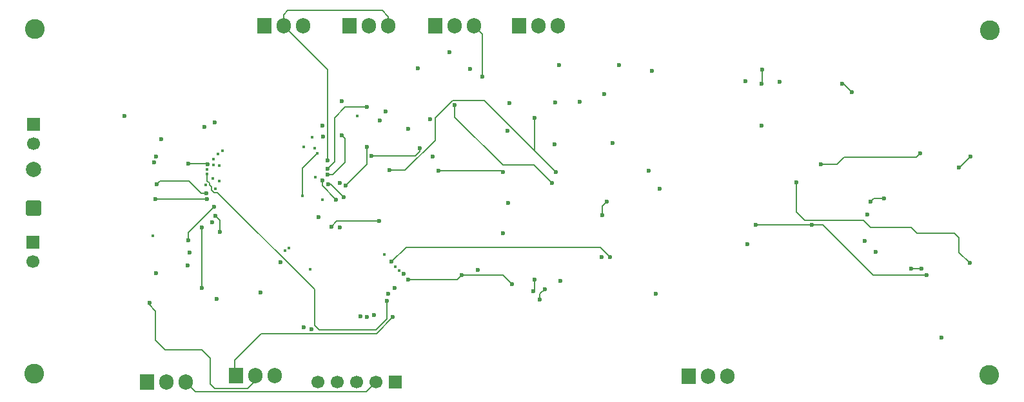
<source format=gbr>
%TF.GenerationSoftware,KiCad,Pcbnew,9.0.2*%
%TF.CreationDate,2025-07-10T19:46:15+05:30*%
%TF.ProjectId,STM32 ESC PCB Design,53544d33-3220-4455-9343-205043422044,rev?*%
%TF.SameCoordinates,Original*%
%TF.FileFunction,Copper,L2,Inr*%
%TF.FilePolarity,Positive*%
%FSLAX46Y46*%
G04 Gerber Fmt 4.6, Leading zero omitted, Abs format (unit mm)*
G04 Created by KiCad (PCBNEW 9.0.2) date 2025-07-10 19:46:15*
%MOMM*%
%LPD*%
G01*
G04 APERTURE LIST*
G04 Aperture macros list*
%AMRoundRect*
0 Rectangle with rounded corners*
0 $1 Rounding radius*
0 $2 $3 $4 $5 $6 $7 $8 $9 X,Y pos of 4 corners*
0 Add a 4 corners polygon primitive as box body*
4,1,4,$2,$3,$4,$5,$6,$7,$8,$9,$2,$3,0*
0 Add four circle primitives for the rounded corners*
1,1,$1+$1,$2,$3*
1,1,$1+$1,$4,$5*
1,1,$1+$1,$6,$7*
1,1,$1+$1,$8,$9*
0 Add four rect primitives between the rounded corners*
20,1,$1+$1,$2,$3,$4,$5,0*
20,1,$1+$1,$4,$5,$6,$7,0*
20,1,$1+$1,$6,$7,$8,$9,0*
20,1,$1+$1,$8,$9,$2,$3,0*%
G04 Aperture macros list end*
%TA.AperFunction,ComponentPad*%
%ADD10C,2.600000*%
%TD*%
%TA.AperFunction,ComponentPad*%
%ADD11R,1.700000X1.700000*%
%TD*%
%TA.AperFunction,ComponentPad*%
%ADD12C,1.700000*%
%TD*%
%TA.AperFunction,ComponentPad*%
%ADD13R,1.905000X2.000000*%
%TD*%
%TA.AperFunction,ComponentPad*%
%ADD14O,1.905000X2.000000*%
%TD*%
%TA.AperFunction,ComponentPad*%
%ADD15RoundRect,0.250000X0.750000X-0.750000X0.750000X0.750000X-0.750000X0.750000X-0.750000X-0.750000X0*%
%TD*%
%TA.AperFunction,ComponentPad*%
%ADD16C,2.000000*%
%TD*%
%TA.AperFunction,ViaPad*%
%ADD17C,0.600000*%
%TD*%
%TA.AperFunction,ViaPad*%
%ADD18C,0.400000*%
%TD*%
%TA.AperFunction,Conductor*%
%ADD19C,0.200000*%
%TD*%
G04 APERTURE END LIST*
D10*
%TO.N,N/C*%
%TO.C,REF\u002A\u002A*%
X171900000Y-77100000D03*
%TD*%
D11*
%TO.N,POWER_GND*%
%TO.C,J4*%
X46300000Y-59660000D03*
D12*
X46300000Y-62200000D03*
%TD*%
D13*
%TO.N,Net-(Q7-G)*%
%TO.C,Q7*%
X61300000Y-78000000D03*
D14*
%TO.N,MOTOR_W*%
X63840000Y-78000000D03*
%TO.N,R_SHUNT1_N*%
X66380000Y-78000000D03*
%TD*%
D15*
%TO.N,POWER_GND*%
%TO.C,D6*%
X46400000Y-55180000D03*
D16*
%TO.N,+12POWER*%
X46400000Y-50100000D03*
%TD*%
D13*
%TO.N,Net-(Q4-G)*%
%TO.C,Q4*%
X87920000Y-31200000D03*
D14*
%TO.N,V_Bridge*%
X90460000Y-31200000D03*
%TO.N,MOTOR_V*%
X93000000Y-31200000D03*
%TD*%
D13*
%TO.N,Net-(Q3-G)*%
%TO.C,Q3*%
X110120000Y-31200000D03*
D14*
%TO.N,MOTOR_U*%
X112660000Y-31200000D03*
%TO.N,R_SHUNT1_P*%
X115200000Y-31200000D03*
%TD*%
D11*
%TO.N,+12POWER*%
%TO.C,J3*%
X46400000Y-44160000D03*
D12*
X46400000Y-46700000D03*
%TD*%
D13*
%TO.N,Net-(Q1-G)*%
%TO.C,Q1*%
X99120000Y-31200000D03*
D14*
%TO.N,V_Bridge*%
X101660000Y-31200000D03*
%TO.N,MOTOR_U*%
X104200000Y-31200000D03*
%TD*%
D10*
%TO.N,N/C*%
%TO.C,REF\u002A\u002A*%
X46500000Y-76900000D03*
%TD*%
D13*
%TO.N,Net-(Q2-G)*%
%TO.C,Q2*%
X132420000Y-77300000D03*
D14*
%TO.N,POWER_GND*%
X134960000Y-77300000D03*
%TO.N,R_SHUNT1_N*%
X137500000Y-77300000D03*
%TD*%
D11*
%TO.N,VDD_3V3*%
%TO.C,J1*%
X93900000Y-78000000D03*
D12*
%TO.N,R_SHUNT1_N*%
X91360000Y-78000000D03*
%TO.N,SWDIO*%
X88820000Y-78000000D03*
%TO.N,SWDCLK*%
X86280000Y-78000000D03*
%TO.N,unconnected-(J1-Pin_5-Pad5)*%
X83740000Y-78000000D03*
%TD*%
D10*
%TO.N,N/C*%
%TO.C,REF\u002A\u002A*%
X46600000Y-31600000D03*
%TD*%
%TO.N,N/C*%
%TO.C,REF\u002A\u002A*%
X172000000Y-31800000D03*
%TD*%
D13*
%TO.N,Net-(Q6-G)*%
%TO.C,Q6*%
X73000000Y-77200000D03*
D14*
%TO.N,V_Bridge*%
X75540000Y-77200000D03*
%TO.N,MOTOR_W*%
X78080000Y-77200000D03*
%TD*%
D13*
%TO.N,Net-(Q5-G)*%
%TO.C,Q5*%
X76700000Y-31200000D03*
D14*
%TO.N,MOTOR_V*%
X79240000Y-31200000D03*
%TO.N,R_SHUNT2_P*%
X81780000Y-31200000D03*
%TD*%
D17*
%TO.N,PHCM_U*%
X62500000Y-63700000D03*
%TO.N,Net-(U1-REF)*%
X95600000Y-44800000D03*
%TO.N,MOTOR_V*%
X93100000Y-50200000D03*
%TO.N,Net-(U1-BST_A)*%
X127200000Y-50300000D03*
D18*
X83000000Y-45900000D03*
D17*
%TO.N,MOTOR_U*%
X121300000Y-40200000D03*
X122400000Y-46600000D03*
%TO.N,+12POWER*%
X142000000Y-44300000D03*
%TO.N,VDD_3V3*%
X62500000Y-48400000D03*
%TO.N,Net-(C27-Pad1)*%
X127600000Y-37100000D03*
X101000000Y-34700000D03*
%TO.N,BUCK_FB*%
X155500000Y-59500000D03*
X155900000Y-56000000D03*
%TO.N,MOTOR_V*%
X112200000Y-43300000D03*
%TO.N,nOCTW*%
X70150000Y-43950000D03*
%TO.N,nFAULT*%
X68854260Y-44545740D03*
%TO.N,nOCTW*%
X93800000Y-65700000D03*
%TO.N,nFAULT*%
X93000000Y-66400000D03*
%TO.N,PHCM_V*%
X66900000Y-61000000D03*
D18*
%TO.N,Net-(U1-GVDD)*%
X70600000Y-48100000D03*
D17*
X58300000Y-43100000D03*
%TO.N,R_SHUNT1_N*%
X90200000Y-47100000D03*
X87400000Y-52200000D03*
D18*
%TO.N,Net-(U1-CP2)*%
X69990478Y-49515080D03*
D17*
%TO.N,Net-(U1-CP1)*%
X63200000Y-46100000D03*
D18*
X70000000Y-48700000D03*
D17*
%TO.N,Net-(U1-DVDD)*%
X62550000Y-52050000D03*
X69100000Y-53200000D03*
%TO.N,Net-(U1-REF)*%
X69200000Y-54000000D03*
X62400000Y-54000000D03*
%TO.N,V_Bridge*%
X96900000Y-36800000D03*
X61600000Y-67600000D03*
X142000000Y-38800000D03*
D18*
X62100000Y-58800000D03*
D17*
X142100000Y-37000000D03*
X115400000Y-36400000D03*
X152600000Y-38800000D03*
X83800000Y-56400000D03*
X153800000Y-39900000D03*
X123300000Y-36400000D03*
%TO.N,Net-(U1-AVDD)*%
X70900000Y-58300000D03*
X70300000Y-56200000D03*
%TO.N,PHCM_V*%
X122100000Y-61600000D03*
X93400000Y-62200000D03*
D18*
%TO.N,PHCM_U*%
X93900000Y-62900000D03*
D17*
X121000000Y-61600000D03*
D18*
%TO.N,Net-(U1-BST_C)*%
X83400000Y-51100000D03*
D17*
X128600000Y-52600000D03*
%TO.N,MOTOR_W*%
X121100000Y-56100000D03*
X85100000Y-52000000D03*
X87100000Y-53700000D03*
X112900000Y-67200000D03*
X121700000Y-54300000D03*
X113500000Y-65800000D03*
%TO.N,MOTOR_V*%
X115000000Y-50400000D03*
X85000000Y-48900000D03*
%TO.N,MOTOR_U*%
X105300000Y-37900000D03*
D18*
X81900000Y-47100000D03*
D17*
%TO.N,Net-(U1-BIAS)*%
X114900000Y-41300000D03*
X84300000Y-44300000D03*
X92600000Y-42500000D03*
X118100000Y-41200000D03*
%TO.N,BUCK_COMP*%
X156270000Y-54330000D03*
X158100000Y-53900000D03*
X167900000Y-49800000D03*
X169400000Y-48400000D03*
%TO.N,Net-(U2-VIN)*%
X149799000Y-49399000D03*
X139900000Y-38500000D03*
X162800000Y-48000000D03*
X144400000Y-38600000D03*
%TO.N,BUCK_PH*%
X148600000Y-57400000D03*
X141200000Y-57400000D03*
X163700000Y-64000000D03*
%TO.N,BUCK_BOOT*%
X146600000Y-51800000D03*
X169300000Y-62400000D03*
%TO.N,VDD_3V3*%
X140100000Y-59900000D03*
X157000000Y-60900000D03*
X76200000Y-66300000D03*
X165600000Y-72200000D03*
X91100000Y-69200000D03*
X108700000Y-54500000D03*
D18*
%TO.N,R_SHUNT1_P*%
X81700000Y-53600000D03*
X83650000Y-47950000D03*
D17*
%TO.N,R_SHUNT2_P*%
X86900000Y-45600000D03*
X91900000Y-43700000D03*
X85000000Y-50800000D03*
X114800000Y-46800000D03*
D18*
X84350000Y-54050000D03*
D17*
%TO.N,Net-(C31-Pad1)*%
X101700000Y-41600000D03*
X114500000Y-51900000D03*
%TO.N,NRST*%
X115550000Y-64750000D03*
X128100000Y-66400000D03*
D18*
X94400000Y-63400000D03*
D17*
X98800000Y-48400000D03*
%TO.N,Net-(C34-Pad1)*%
X108900000Y-41400000D03*
X108600000Y-45000000D03*
%TO.N,AVDD_3V3*%
X108000000Y-50400000D03*
X85500000Y-57600000D03*
X91800000Y-56900000D03*
X99600000Y-50300000D03*
%TO.N,HSE_IN*%
X95600000Y-64600000D03*
X102600000Y-64000000D03*
X109200000Y-65200000D03*
%TO.N,Net-(C39-Pad1)*%
X112224265Y-64575735D03*
X112000000Y-66100000D03*
%TO.N,SWDCLK*%
X82900000Y-71100000D03*
%TO.N,SWDIO*%
X81900000Y-70800000D03*
%TO.N,Net-(Q3-G)*%
X103700000Y-36900000D03*
%TO.N,Net-(Q4-G)*%
X98500000Y-43500000D03*
%TO.N,Net-(Q6-G)*%
X93600000Y-69500000D03*
%TO.N,Net-(U1-OC_ADJ)*%
X66700000Y-49300000D03*
X69300000Y-49400000D03*
%TO.N,Net-(U1-GAIN)*%
X68500000Y-65700000D03*
X68500000Y-57700000D03*
%TO.N,BUCK_FB*%
X163000000Y-63100000D03*
X161600000Y-63100000D03*
%TO.N,SO1*%
X66600000Y-62700000D03*
X69850000Y-57050000D03*
%TO.N,SO2*%
X66700000Y-59400000D03*
X70100000Y-55000000D03*
%TO.N,GH_A*%
X86900000Y-41100000D03*
X84400000Y-45800000D03*
D18*
%TO.N,GL_A*%
X83300000Y-47300000D03*
X88900000Y-43100000D03*
D17*
%TO.N,GH_B*%
X97100000Y-47300000D03*
X90800000Y-48300000D03*
%TO.N,GL_B*%
X90200000Y-41900000D03*
X85000000Y-50000000D03*
%TO.N,GH_C*%
X86150000Y-54050000D03*
X84300000Y-51500000D03*
%TO.N,GL_C*%
X86600000Y-51900000D03*
X70450000Y-67150000D03*
%TO.N,BOOT0*%
X108000000Y-58500000D03*
X89300000Y-69400000D03*
%TO.N,HSE_OUT*%
X104700000Y-63300000D03*
X95000000Y-63800000D03*
D18*
%TO.N,DC_CAL*%
X71200000Y-47600000D03*
X92450000Y-61250000D03*
%TO.N,PWM2_H*%
X69900000Y-51300000D03*
X79400000Y-60800000D03*
%TO.N,PWM3_L*%
X70300000Y-52600000D03*
D17*
X90200000Y-69500000D03*
D18*
%TO.N,PWM1_L*%
X69200000Y-50700003D03*
D17*
X92800000Y-67400000D03*
D18*
%TO.N,GDR_EN*%
X70800000Y-49600000D03*
D17*
X86600000Y-57700000D03*
D18*
%TO.N,PWM3_H*%
X69000000Y-52100000D03*
D17*
X78800000Y-62300000D03*
D18*
%TO.N,PWM1_H*%
X82700000Y-63200000D03*
X69200000Y-50100000D03*
%TO.N,PWM2_L*%
X70800000Y-51600000D03*
X79900000Y-60400000D03*
D17*
%TO.N,Net-(U1-CP2)*%
X62200000Y-49200000D03*
%TD*%
D19*
%TO.N,R_SHUNT2_P*%
X85700000Y-50800000D02*
X85000000Y-50800000D01*
X87300000Y-49200000D02*
X85700000Y-50800000D01*
X87300000Y-46000000D02*
X87300000Y-49200000D01*
X86900000Y-45600000D02*
X87300000Y-46000000D01*
%TO.N,MOTOR_V*%
X93100000Y-50200000D02*
X93000000Y-50200000D01*
X93400000Y-50200000D02*
X93100000Y-50200000D01*
X95167100Y-50200000D02*
X93400000Y-50200000D01*
X99124971Y-46242129D02*
X95167100Y-50200000D01*
X105599000Y-40999000D02*
X101451057Y-40999000D01*
X101451057Y-40999000D02*
X99124971Y-43325086D01*
X99124971Y-43325086D02*
X99124971Y-46242129D01*
X112200000Y-47600000D02*
X105599000Y-40999000D01*
%TO.N,GL_B*%
X85900000Y-49100000D02*
X85000000Y-50000000D01*
X85900000Y-43300000D02*
X85900000Y-49100000D01*
X87300000Y-41900000D02*
X85900000Y-43300000D01*
X90200000Y-41900000D02*
X87300000Y-41900000D01*
%TO.N,MOTOR_V*%
X112200000Y-47600000D02*
X112200000Y-43300000D01*
X115000000Y-50400000D02*
X112200000Y-47600000D01*
%TO.N,R_SHUNT1_N*%
X87400000Y-52200000D02*
X90200000Y-49400000D01*
X91360000Y-78000000D02*
X90060000Y-79300000D01*
X67680000Y-79300000D02*
X66380000Y-78000000D01*
X90060000Y-79300000D02*
X67680000Y-79300000D01*
X90200000Y-49400000D02*
X90200000Y-47100000D01*
%TO.N,Net-(U1-DVDD)*%
X68400000Y-53200000D02*
X66800000Y-51600000D01*
X69100000Y-53200000D02*
X68400000Y-53200000D01*
X62550000Y-52050000D02*
X62400000Y-52200000D01*
X63000000Y-51600000D02*
X62550000Y-52050000D01*
X66800000Y-51600000D02*
X63000000Y-51600000D01*
%TO.N,Net-(U1-REF)*%
X69200000Y-54000000D02*
X62400000Y-54000000D01*
%TO.N,V_Bridge*%
X142100000Y-38700000D02*
X142000000Y-38800000D01*
X152700000Y-38800000D02*
X152600000Y-38800000D01*
X74540000Y-78900000D02*
X70200000Y-78900000D01*
X63700000Y-73800000D02*
X62400000Y-72500000D01*
X70200000Y-78900000D02*
X69600000Y-78300000D01*
X75540000Y-77200000D02*
X75540000Y-77900000D01*
X142100000Y-37000000D02*
X142100000Y-38700000D01*
X68500000Y-73800000D02*
X63700000Y-73800000D01*
X62400000Y-72500000D02*
X62400000Y-68700000D01*
X62400000Y-68700000D02*
X61600000Y-67900000D01*
X61600000Y-67900000D02*
X61600000Y-67600000D01*
X69600000Y-78300000D02*
X69600000Y-74900000D01*
X75540000Y-77900000D02*
X74540000Y-78900000D01*
X153800000Y-39900000D02*
X152700000Y-38800000D01*
X69600000Y-74900000D02*
X68500000Y-73800000D01*
%TO.N,Net-(U1-AVDD)*%
X70900000Y-58300000D02*
X70900000Y-56800000D01*
X70900000Y-56800000D02*
X70300000Y-56200000D01*
%TO.N,PHCM_V*%
X120800000Y-60300000D02*
X122100000Y-61600000D01*
X93400000Y-62200000D02*
X95300000Y-60300000D01*
X95300000Y-60300000D02*
X120800000Y-60300000D01*
%TO.N,MOTOR_W*%
X113500000Y-65800000D02*
X112900000Y-66400000D01*
X112900000Y-66400000D02*
X112900000Y-67200000D01*
X87100000Y-53700000D02*
X85400000Y-52000000D01*
X85400000Y-52000000D02*
X85100000Y-52000000D01*
X121700000Y-54300000D02*
X121100000Y-54900000D01*
X121100000Y-54900000D02*
X121100000Y-56100000D01*
%TO.N,MOTOR_V*%
X93000000Y-30000000D02*
X93000000Y-31200000D01*
X79800000Y-29200000D02*
X92200000Y-29200000D01*
X79240000Y-31200000D02*
X79240000Y-29760000D01*
X85000000Y-36960000D02*
X85000000Y-48900000D01*
X79240000Y-31200000D02*
X85000000Y-36960000D01*
X79240000Y-29760000D02*
X79800000Y-29200000D01*
X92200000Y-29200000D02*
X93000000Y-30000000D01*
%TO.N,MOTOR_U*%
X104200000Y-31200000D02*
X105300000Y-32300000D01*
X105300000Y-32300000D02*
X105300000Y-37900000D01*
%TO.N,BUCK_COMP*%
X156700000Y-53900000D02*
X158100000Y-53900000D01*
X156270000Y-54330000D02*
X156700000Y-53900000D01*
X168000000Y-49800000D02*
X167900000Y-49800000D01*
X169400000Y-48400000D02*
X168000000Y-49800000D01*
%TO.N,Net-(U2-VIN)*%
X149799000Y-49399000D02*
X149800000Y-49400000D01*
X151900000Y-49400000D02*
X152800000Y-48500000D01*
X152800000Y-48500000D02*
X162300000Y-48500000D01*
X162300000Y-48500000D02*
X162800000Y-48000000D01*
X149800000Y-49400000D02*
X151900000Y-49400000D01*
%TO.N,BUCK_PH*%
X156600000Y-64000000D02*
X150000000Y-57400000D01*
X163700000Y-64000000D02*
X156600000Y-64000000D01*
X148600000Y-57400000D02*
X141200000Y-57400000D01*
X150000000Y-57400000D02*
X148600000Y-57400000D01*
%TO.N,BUCK_BOOT*%
X146600000Y-55700000D02*
X146600000Y-51800000D01*
X169300000Y-62400000D02*
X167900000Y-61000000D01*
X147700000Y-56800000D02*
X146600000Y-55700000D01*
X161600000Y-57700000D02*
X156300000Y-57700000D01*
X167900000Y-61000000D02*
X167900000Y-59100000D01*
X167900000Y-59100000D02*
X167300000Y-58500000D01*
X155400000Y-56800000D02*
X147700000Y-56800000D01*
X167300000Y-58500000D02*
X162400000Y-58500000D01*
X162400000Y-58500000D02*
X161600000Y-57700000D01*
X156300000Y-57700000D02*
X155400000Y-56800000D01*
%TO.N,R_SHUNT1_P*%
X83650000Y-47950000D02*
X81700000Y-49900000D01*
X81700000Y-49900000D02*
X81700000Y-53600000D01*
%TO.N,Net-(C31-Pad1)*%
X108000000Y-49500000D02*
X101700000Y-43200000D01*
X114500000Y-51900000D02*
X112100000Y-49500000D01*
X112100000Y-49500000D02*
X108000000Y-49500000D01*
X101700000Y-43200000D02*
X101700000Y-41600000D01*
%TO.N,AVDD_3V3*%
X108000000Y-50400000D02*
X107900000Y-50300000D01*
X86200000Y-56900000D02*
X85500000Y-57600000D01*
X91800000Y-56900000D02*
X86200000Y-56900000D01*
X107900000Y-50300000D02*
X99600000Y-50300000D01*
%TO.N,HSE_IN*%
X108000000Y-64000000D02*
X109200000Y-65200000D01*
X95600000Y-64600000D02*
X102000000Y-64600000D01*
X102000000Y-64600000D02*
X102600000Y-64000000D01*
X102600000Y-64000000D02*
X108000000Y-64000000D01*
%TO.N,Net-(C39-Pad1)*%
X112224265Y-64575735D02*
X112200000Y-64600000D01*
X112200000Y-64600000D02*
X112200000Y-65900000D01*
X112200000Y-65900000D02*
X112000000Y-66100000D01*
%TO.N,Net-(Q6-G)*%
X76300000Y-71700000D02*
X91400000Y-71700000D01*
X91400000Y-71700000D02*
X93600000Y-69500000D01*
X72820000Y-77020000D02*
X72820000Y-75180000D01*
X72820000Y-75180000D02*
X76300000Y-71700000D01*
X73000000Y-77200000D02*
X72820000Y-77020000D01*
%TO.N,Net-(U1-OC_ADJ)*%
X69200000Y-49300000D02*
X66700000Y-49300000D01*
X69300000Y-49400000D02*
X69200000Y-49300000D01*
%TO.N,Net-(U1-GAIN)*%
X68500000Y-65700000D02*
X68500000Y-57700000D01*
%TO.N,BUCK_FB*%
X163000000Y-63100000D02*
X161600000Y-63100000D01*
X161600000Y-63100000D02*
X161500000Y-63100000D01*
%TO.N,SO2*%
X70100000Y-55000000D02*
X66700000Y-58400000D01*
X66700000Y-58400000D02*
X66700000Y-59400000D01*
%TO.N,GH_B*%
X96500000Y-48300000D02*
X97100000Y-47700000D01*
X97100000Y-47700000D02*
X97100000Y-47300000D01*
X90800000Y-48300000D02*
X96500000Y-48300000D01*
%TO.N,GH_C*%
X84300000Y-52200000D02*
X84300000Y-51700000D01*
X86150000Y-54050000D02*
X84300000Y-52200000D01*
%TO.N,PWM1_L*%
X69799000Y-52807521D02*
X70092479Y-53101000D01*
X92800000Y-69732900D02*
X92800000Y-67400000D01*
X70092479Y-53101000D02*
X70501000Y-53101000D01*
X70501000Y-53101000D02*
X83274971Y-65874971D01*
X69799000Y-52399000D02*
X69799000Y-52807521D01*
X69200000Y-51599000D02*
X69207521Y-51599000D01*
X83866393Y-71216450D02*
X91316450Y-71216450D01*
X69200000Y-50700003D02*
X69200000Y-51599000D01*
X69501000Y-51892479D02*
X69501000Y-52101000D01*
X83274971Y-65874971D02*
X83274971Y-70625028D01*
X91316450Y-71216450D02*
X92800000Y-69732900D01*
X83274971Y-70625028D02*
X83866393Y-71216450D01*
X69207521Y-51599000D02*
X69501000Y-51892479D01*
X69501000Y-52101000D02*
X69799000Y-52399000D01*
%TD*%
M02*

</source>
